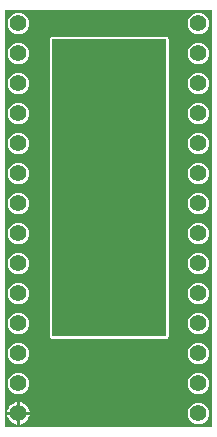
<source format=gtl>
G04*
G04 #@! TF.GenerationSoftware,Altium Limited,CircuitStudio,1.5.1 (13)*
G04*
G04 Layer_Physical_Order=1*
G04 Layer_Color=11767835*
%FSAX43Y43*%
%MOMM*%
G71*
G01*
G75*
%ADD10C,1.400*%
%ADD11C,0.800*%
%ADD12C,0.700*%
G36*
X0044298Y0026822D02*
X0026822D01*
Y0062078D01*
X0044298D01*
Y0026822D01*
D02*
G37*
%LPC*%
G36*
X0027940Y0036468D02*
X0027705Y0036437D01*
X0027486Y0036346D01*
X0027298Y0036202D01*
X0027154Y0036014D01*
X0027063Y0035795D01*
X0027032Y0035560D01*
X0027063Y0035325D01*
X0027154Y0035106D01*
X0027298Y0034918D01*
X0027486Y0034774D01*
X0027705Y0034683D01*
X0027940Y0034652D01*
X0028175Y0034683D01*
X0028394Y0034774D01*
X0028582Y0034918D01*
X0028726Y0035106D01*
X0028817Y0035325D01*
X0028848Y0035560D01*
X0028817Y0035795D01*
X0028726Y0036014D01*
X0028582Y0036202D01*
X0028394Y0036346D01*
X0028175Y0036437D01*
X0027940Y0036468D01*
D02*
G37*
G36*
X0040460Y0059829D02*
X0030810D01*
X0030732Y0059813D01*
X0030666Y0059769D01*
X0030622Y0059703D01*
X0030606Y0059625D01*
Y0034450D01*
X0030622Y0034372D01*
X0030666Y0034306D01*
X0030732Y0034262D01*
X0030810Y0034246D01*
X0040460D01*
X0040538Y0034262D01*
X0040604Y0034306D01*
X0040648Y0034372D01*
X0040664Y0034450D01*
Y0059625D01*
X0040648Y0059703D01*
X0040604Y0059769D01*
X0040538Y0059813D01*
X0040460Y0059829D01*
D02*
G37*
G36*
X0043180Y0033928D02*
X0042945Y0033897D01*
X0042726Y0033806D01*
X0042538Y0033662D01*
X0042394Y0033474D01*
X0042303Y0033255D01*
X0042272Y0033020D01*
X0042303Y0032785D01*
X0042394Y0032566D01*
X0042538Y0032378D01*
X0042726Y0032234D01*
X0042945Y0032143D01*
X0043180Y0032112D01*
X0043415Y0032143D01*
X0043634Y0032234D01*
X0043822Y0032378D01*
X0043966Y0032566D01*
X0044057Y0032785D01*
X0044088Y0033020D01*
X0044057Y0033255D01*
X0043966Y0033474D01*
X0043822Y0033662D01*
X0043634Y0033806D01*
X0043415Y0033897D01*
X0043180Y0033928D01*
D02*
G37*
G36*
Y0036468D02*
X0042945Y0036437D01*
X0042726Y0036346D01*
X0042538Y0036202D01*
X0042394Y0036014D01*
X0042303Y0035795D01*
X0042272Y0035560D01*
X0042303Y0035325D01*
X0042394Y0035106D01*
X0042538Y0034918D01*
X0042726Y0034774D01*
X0042945Y0034683D01*
X0043180Y0034652D01*
X0043415Y0034683D01*
X0043634Y0034774D01*
X0043822Y0034918D01*
X0043966Y0035106D01*
X0044057Y0035325D01*
X0044088Y0035560D01*
X0044057Y0035795D01*
X0043966Y0036014D01*
X0043822Y0036202D01*
X0043634Y0036346D01*
X0043415Y0036437D01*
X0043180Y0036468D01*
D02*
G37*
G36*
X0027940Y0041548D02*
X0027705Y0041517D01*
X0027486Y0041426D01*
X0027298Y0041282D01*
X0027154Y0041094D01*
X0027063Y0040875D01*
X0027032Y0040640D01*
X0027063Y0040405D01*
X0027154Y0040186D01*
X0027298Y0039998D01*
X0027486Y0039854D01*
X0027705Y0039763D01*
X0027940Y0039732D01*
X0028175Y0039763D01*
X0028394Y0039854D01*
X0028582Y0039998D01*
X0028726Y0040186D01*
X0028817Y0040405D01*
X0028848Y0040640D01*
X0028817Y0040875D01*
X0028726Y0041094D01*
X0028582Y0041282D01*
X0028394Y0041426D01*
X0028175Y0041517D01*
X0027940Y0041548D01*
D02*
G37*
G36*
X0043180Y0039008D02*
X0042945Y0038977D01*
X0042726Y0038886D01*
X0042538Y0038742D01*
X0042394Y0038554D01*
X0042303Y0038335D01*
X0042272Y0038100D01*
X0042303Y0037865D01*
X0042394Y0037646D01*
X0042538Y0037458D01*
X0042726Y0037314D01*
X0042945Y0037223D01*
X0043180Y0037192D01*
X0043415Y0037223D01*
X0043634Y0037314D01*
X0043822Y0037458D01*
X0043966Y0037646D01*
X0044057Y0037865D01*
X0044088Y0038100D01*
X0044057Y0038335D01*
X0043966Y0038554D01*
X0043822Y0038742D01*
X0043634Y0038886D01*
X0043415Y0038977D01*
X0043180Y0039008D01*
D02*
G37*
G36*
X0027940D02*
X0027705Y0038977D01*
X0027486Y0038886D01*
X0027298Y0038742D01*
X0027154Y0038554D01*
X0027063Y0038335D01*
X0027032Y0038100D01*
X0027063Y0037865D01*
X0027154Y0037646D01*
X0027298Y0037458D01*
X0027486Y0037314D01*
X0027705Y0037223D01*
X0027940Y0037192D01*
X0028175Y0037223D01*
X0028394Y0037314D01*
X0028582Y0037458D01*
X0028726Y0037646D01*
X0028817Y0037865D01*
X0028848Y0038100D01*
X0028817Y0038335D01*
X0028726Y0038554D01*
X0028582Y0038742D01*
X0028394Y0038886D01*
X0028175Y0038977D01*
X0027940Y0039008D01*
D02*
G37*
G36*
Y0033928D02*
X0027705Y0033897D01*
X0027486Y0033806D01*
X0027298Y0033662D01*
X0027154Y0033474D01*
X0027063Y0033255D01*
X0027032Y0033020D01*
X0027063Y0032785D01*
X0027154Y0032566D01*
X0027298Y0032378D01*
X0027486Y0032234D01*
X0027705Y0032143D01*
X0027940Y0032112D01*
X0028175Y0032143D01*
X0028394Y0032234D01*
X0028582Y0032378D01*
X0028726Y0032566D01*
X0028817Y0032785D01*
X0028848Y0033020D01*
X0028817Y0033255D01*
X0028726Y0033474D01*
X0028582Y0033662D01*
X0028394Y0033806D01*
X0028175Y0033897D01*
X0027940Y0033928D01*
D02*
G37*
G36*
X0043180Y0028848D02*
X0042945Y0028817D01*
X0042726Y0028726D01*
X0042538Y0028582D01*
X0042394Y0028394D01*
X0042303Y0028175D01*
X0042272Y0027940D01*
X0042303Y0027705D01*
X0042394Y0027486D01*
X0042538Y0027298D01*
X0042726Y0027154D01*
X0042945Y0027063D01*
X0043180Y0027032D01*
X0043415Y0027063D01*
X0043634Y0027154D01*
X0043822Y0027298D01*
X0043966Y0027486D01*
X0044057Y0027705D01*
X0044088Y0027940D01*
X0044057Y0028175D01*
X0043966Y0028394D01*
X0043822Y0028582D01*
X0043634Y0028726D01*
X0043415Y0028817D01*
X0043180Y0028848D01*
D02*
G37*
G36*
X0028886Y0027813D02*
X0028067D01*
Y0026994D01*
X0028189Y0027011D01*
X0028421Y0027107D01*
X0028620Y0027260D01*
X0028773Y0027459D01*
X0028869Y0027691D01*
X0028886Y0027813D01*
D02*
G37*
G36*
X0027813D02*
X0026994D01*
X0027011Y0027691D01*
X0027107Y0027459D01*
X0027260Y0027260D01*
X0027459Y0027107D01*
X0027691Y0027011D01*
X0027813Y0026994D01*
Y0027813D01*
D02*
G37*
G36*
Y0028886D02*
X0027691Y0028869D01*
X0027459Y0028773D01*
X0027260Y0028620D01*
X0027107Y0028421D01*
X0027011Y0028189D01*
X0026994Y0028067D01*
X0027813D01*
Y0028886D01*
D02*
G37*
G36*
X0043180Y0031388D02*
X0042945Y0031357D01*
X0042726Y0031266D01*
X0042538Y0031122D01*
X0042394Y0030934D01*
X0042303Y0030715D01*
X0042272Y0030480D01*
X0042303Y0030245D01*
X0042394Y0030026D01*
X0042538Y0029838D01*
X0042726Y0029694D01*
X0042945Y0029603D01*
X0043180Y0029572D01*
X0043415Y0029603D01*
X0043634Y0029694D01*
X0043822Y0029838D01*
X0043966Y0030026D01*
X0044057Y0030245D01*
X0044088Y0030480D01*
X0044057Y0030715D01*
X0043966Y0030934D01*
X0043822Y0031122D01*
X0043634Y0031266D01*
X0043415Y0031357D01*
X0043180Y0031388D01*
D02*
G37*
G36*
X0027940D02*
X0027705Y0031357D01*
X0027486Y0031266D01*
X0027298Y0031122D01*
X0027154Y0030934D01*
X0027063Y0030715D01*
X0027032Y0030480D01*
X0027063Y0030245D01*
X0027154Y0030026D01*
X0027298Y0029838D01*
X0027486Y0029694D01*
X0027705Y0029603D01*
X0027940Y0029572D01*
X0028175Y0029603D01*
X0028394Y0029694D01*
X0028582Y0029838D01*
X0028726Y0030026D01*
X0028817Y0030245D01*
X0028848Y0030480D01*
X0028817Y0030715D01*
X0028726Y0030934D01*
X0028582Y0031122D01*
X0028394Y0031266D01*
X0028175Y0031357D01*
X0027940Y0031388D01*
D02*
G37*
G36*
X0028067Y0028886D02*
Y0028067D01*
X0028886D01*
X0028869Y0028189D01*
X0028773Y0028421D01*
X0028620Y0028620D01*
X0028421Y0028773D01*
X0028189Y0028869D01*
X0028067Y0028886D01*
D02*
G37*
G36*
X0043180Y0041548D02*
X0042945Y0041517D01*
X0042726Y0041426D01*
X0042538Y0041282D01*
X0042394Y0041094D01*
X0042303Y0040875D01*
X0042272Y0040640D01*
X0042303Y0040405D01*
X0042394Y0040186D01*
X0042538Y0039998D01*
X0042726Y0039854D01*
X0042945Y0039763D01*
X0043180Y0039732D01*
X0043415Y0039763D01*
X0043634Y0039854D01*
X0043822Y0039998D01*
X0043966Y0040186D01*
X0044057Y0040405D01*
X0044088Y0040640D01*
X0044057Y0040875D01*
X0043966Y0041094D01*
X0043822Y0041282D01*
X0043634Y0041426D01*
X0043415Y0041517D01*
X0043180Y0041548D01*
D02*
G37*
G36*
X0027940Y0056788D02*
X0027705Y0056757D01*
X0027486Y0056666D01*
X0027298Y0056522D01*
X0027154Y0056334D01*
X0027063Y0056115D01*
X0027032Y0055880D01*
X0027063Y0055645D01*
X0027154Y0055426D01*
X0027298Y0055238D01*
X0027486Y0055094D01*
X0027705Y0055003D01*
X0027940Y0054972D01*
X0028175Y0055003D01*
X0028394Y0055094D01*
X0028582Y0055238D01*
X0028726Y0055426D01*
X0028817Y0055645D01*
X0028848Y0055880D01*
X0028817Y0056115D01*
X0028726Y0056334D01*
X0028582Y0056522D01*
X0028394Y0056666D01*
X0028175Y0056757D01*
X0027940Y0056788D01*
D02*
G37*
G36*
X0043180D02*
X0042945Y0056757D01*
X0042726Y0056666D01*
X0042538Y0056522D01*
X0042394Y0056334D01*
X0042303Y0056115D01*
X0042272Y0055880D01*
X0042303Y0055645D01*
X0042394Y0055426D01*
X0042538Y0055238D01*
X0042726Y0055094D01*
X0042945Y0055003D01*
X0043180Y0054972D01*
X0043415Y0055003D01*
X0043634Y0055094D01*
X0043822Y0055238D01*
X0043966Y0055426D01*
X0044057Y0055645D01*
X0044088Y0055880D01*
X0044057Y0056115D01*
X0043966Y0056334D01*
X0043822Y0056522D01*
X0043634Y0056666D01*
X0043415Y0056757D01*
X0043180Y0056788D01*
D02*
G37*
G36*
X0027940Y0054248D02*
X0027705Y0054217D01*
X0027486Y0054126D01*
X0027298Y0053982D01*
X0027154Y0053794D01*
X0027063Y0053575D01*
X0027032Y0053340D01*
X0027063Y0053105D01*
X0027154Y0052886D01*
X0027298Y0052698D01*
X0027486Y0052554D01*
X0027705Y0052463D01*
X0027940Y0052432D01*
X0028175Y0052463D01*
X0028394Y0052554D01*
X0028582Y0052698D01*
X0028726Y0052886D01*
X0028817Y0053105D01*
X0028848Y0053340D01*
X0028817Y0053575D01*
X0028726Y0053794D01*
X0028582Y0053982D01*
X0028394Y0054126D01*
X0028175Y0054217D01*
X0027940Y0054248D01*
D02*
G37*
G36*
X0043180D02*
X0042945Y0054217D01*
X0042726Y0054126D01*
X0042538Y0053982D01*
X0042394Y0053794D01*
X0042303Y0053575D01*
X0042272Y0053340D01*
X0042303Y0053105D01*
X0042394Y0052886D01*
X0042538Y0052698D01*
X0042726Y0052554D01*
X0042945Y0052463D01*
X0043180Y0052432D01*
X0043415Y0052463D01*
X0043634Y0052554D01*
X0043822Y0052698D01*
X0043966Y0052886D01*
X0044057Y0053105D01*
X0044088Y0053340D01*
X0044057Y0053575D01*
X0043966Y0053794D01*
X0043822Y0053982D01*
X0043634Y0054126D01*
X0043415Y0054217D01*
X0043180Y0054248D01*
D02*
G37*
G36*
X0027940Y0061868D02*
X0027705Y0061837D01*
X0027486Y0061746D01*
X0027298Y0061602D01*
X0027154Y0061414D01*
X0027063Y0061195D01*
X0027032Y0060960D01*
X0027063Y0060725D01*
X0027154Y0060506D01*
X0027298Y0060318D01*
X0027486Y0060174D01*
X0027705Y0060083D01*
X0027940Y0060052D01*
X0028175Y0060083D01*
X0028394Y0060174D01*
X0028582Y0060318D01*
X0028726Y0060506D01*
X0028817Y0060725D01*
X0028848Y0060960D01*
X0028817Y0061195D01*
X0028726Y0061414D01*
X0028582Y0061602D01*
X0028394Y0061746D01*
X0028175Y0061837D01*
X0027940Y0061868D01*
D02*
G37*
G36*
X0043180D02*
X0042945Y0061837D01*
X0042726Y0061746D01*
X0042538Y0061602D01*
X0042394Y0061414D01*
X0042303Y0061195D01*
X0042272Y0060960D01*
X0042303Y0060725D01*
X0042394Y0060506D01*
X0042538Y0060318D01*
X0042726Y0060174D01*
X0042945Y0060083D01*
X0043180Y0060052D01*
X0043415Y0060083D01*
X0043634Y0060174D01*
X0043822Y0060318D01*
X0043966Y0060506D01*
X0044057Y0060725D01*
X0044088Y0060960D01*
X0044057Y0061195D01*
X0043966Y0061414D01*
X0043822Y0061602D01*
X0043634Y0061746D01*
X0043415Y0061837D01*
X0043180Y0061868D01*
D02*
G37*
G36*
X0027940Y0059328D02*
X0027705Y0059297D01*
X0027486Y0059206D01*
X0027298Y0059062D01*
X0027154Y0058874D01*
X0027063Y0058655D01*
X0027032Y0058420D01*
X0027063Y0058185D01*
X0027154Y0057966D01*
X0027298Y0057778D01*
X0027486Y0057634D01*
X0027705Y0057543D01*
X0027940Y0057512D01*
X0028175Y0057543D01*
X0028394Y0057634D01*
X0028582Y0057778D01*
X0028726Y0057966D01*
X0028817Y0058185D01*
X0028848Y0058420D01*
X0028817Y0058655D01*
X0028726Y0058874D01*
X0028582Y0059062D01*
X0028394Y0059206D01*
X0028175Y0059297D01*
X0027940Y0059328D01*
D02*
G37*
G36*
X0043180D02*
X0042945Y0059297D01*
X0042726Y0059206D01*
X0042538Y0059062D01*
X0042394Y0058874D01*
X0042303Y0058655D01*
X0042272Y0058420D01*
X0042303Y0058185D01*
X0042394Y0057966D01*
X0042538Y0057778D01*
X0042726Y0057634D01*
X0042945Y0057543D01*
X0043180Y0057512D01*
X0043415Y0057543D01*
X0043634Y0057634D01*
X0043822Y0057778D01*
X0043966Y0057966D01*
X0044057Y0058185D01*
X0044088Y0058420D01*
X0044057Y0058655D01*
X0043966Y0058874D01*
X0043822Y0059062D01*
X0043634Y0059206D01*
X0043415Y0059297D01*
X0043180Y0059328D01*
D02*
G37*
G36*
Y0051708D02*
X0042945Y0051677D01*
X0042726Y0051586D01*
X0042538Y0051442D01*
X0042394Y0051254D01*
X0042303Y0051035D01*
X0042272Y0050800D01*
X0042303Y0050565D01*
X0042394Y0050346D01*
X0042538Y0050158D01*
X0042726Y0050014D01*
X0042945Y0049923D01*
X0043180Y0049892D01*
X0043415Y0049923D01*
X0043634Y0050014D01*
X0043822Y0050158D01*
X0043966Y0050346D01*
X0044057Y0050565D01*
X0044088Y0050800D01*
X0044057Y0051035D01*
X0043966Y0051254D01*
X0043822Y0051442D01*
X0043634Y0051586D01*
X0043415Y0051677D01*
X0043180Y0051708D01*
D02*
G37*
G36*
X0027940Y0046628D02*
X0027705Y0046597D01*
X0027486Y0046506D01*
X0027298Y0046362D01*
X0027154Y0046174D01*
X0027063Y0045955D01*
X0027032Y0045720D01*
X0027063Y0045485D01*
X0027154Y0045266D01*
X0027298Y0045078D01*
X0027486Y0044934D01*
X0027705Y0044843D01*
X0027940Y0044812D01*
X0028175Y0044843D01*
X0028394Y0044934D01*
X0028582Y0045078D01*
X0028726Y0045266D01*
X0028817Y0045485D01*
X0028848Y0045720D01*
X0028817Y0045955D01*
X0028726Y0046174D01*
X0028582Y0046362D01*
X0028394Y0046506D01*
X0028175Y0046597D01*
X0027940Y0046628D01*
D02*
G37*
G36*
X0043180D02*
X0042945Y0046597D01*
X0042726Y0046506D01*
X0042538Y0046362D01*
X0042394Y0046174D01*
X0042303Y0045955D01*
X0042272Y0045720D01*
X0042303Y0045485D01*
X0042394Y0045266D01*
X0042538Y0045078D01*
X0042726Y0044934D01*
X0042945Y0044843D01*
X0043180Y0044812D01*
X0043415Y0044843D01*
X0043634Y0044934D01*
X0043822Y0045078D01*
X0043966Y0045266D01*
X0044057Y0045485D01*
X0044088Y0045720D01*
X0044057Y0045955D01*
X0043966Y0046174D01*
X0043822Y0046362D01*
X0043634Y0046506D01*
X0043415Y0046597D01*
X0043180Y0046628D01*
D02*
G37*
G36*
X0027940Y0044088D02*
X0027705Y0044057D01*
X0027486Y0043966D01*
X0027298Y0043822D01*
X0027154Y0043634D01*
X0027063Y0043415D01*
X0027032Y0043180D01*
X0027063Y0042945D01*
X0027154Y0042726D01*
X0027298Y0042538D01*
X0027486Y0042394D01*
X0027705Y0042303D01*
X0027940Y0042272D01*
X0028175Y0042303D01*
X0028394Y0042394D01*
X0028582Y0042538D01*
X0028726Y0042726D01*
X0028817Y0042945D01*
X0028848Y0043180D01*
X0028817Y0043415D01*
X0028726Y0043634D01*
X0028582Y0043822D01*
X0028394Y0043966D01*
X0028175Y0044057D01*
X0027940Y0044088D01*
D02*
G37*
G36*
X0043180D02*
X0042945Y0044057D01*
X0042726Y0043966D01*
X0042538Y0043822D01*
X0042394Y0043634D01*
X0042303Y0043415D01*
X0042272Y0043180D01*
X0042303Y0042945D01*
X0042394Y0042726D01*
X0042538Y0042538D01*
X0042726Y0042394D01*
X0042945Y0042303D01*
X0043180Y0042272D01*
X0043415Y0042303D01*
X0043634Y0042394D01*
X0043822Y0042538D01*
X0043966Y0042726D01*
X0044057Y0042945D01*
X0044088Y0043180D01*
X0044057Y0043415D01*
X0043966Y0043634D01*
X0043822Y0043822D01*
X0043634Y0043966D01*
X0043415Y0044057D01*
X0043180Y0044088D01*
D02*
G37*
G36*
Y0049168D02*
X0042945Y0049137D01*
X0042726Y0049046D01*
X0042538Y0048902D01*
X0042394Y0048714D01*
X0042303Y0048495D01*
X0042272Y0048260D01*
X0042303Y0048025D01*
X0042394Y0047806D01*
X0042538Y0047618D01*
X0042726Y0047474D01*
X0042945Y0047383D01*
X0043180Y0047352D01*
X0043415Y0047383D01*
X0043634Y0047474D01*
X0043822Y0047618D01*
X0043966Y0047806D01*
X0044057Y0048025D01*
X0044088Y0048260D01*
X0044057Y0048495D01*
X0043966Y0048714D01*
X0043822Y0048902D01*
X0043634Y0049046D01*
X0043415Y0049137D01*
X0043180Y0049168D01*
D02*
G37*
G36*
X0027940Y0051708D02*
X0027705Y0051677D01*
X0027486Y0051586D01*
X0027298Y0051442D01*
X0027154Y0051254D01*
X0027063Y0051035D01*
X0027032Y0050800D01*
X0027063Y0050565D01*
X0027154Y0050346D01*
X0027298Y0050158D01*
X0027486Y0050014D01*
X0027705Y0049923D01*
X0027940Y0049892D01*
X0028175Y0049923D01*
X0028394Y0050014D01*
X0028582Y0050158D01*
X0028726Y0050346D01*
X0028817Y0050565D01*
X0028848Y0050800D01*
X0028817Y0051035D01*
X0028726Y0051254D01*
X0028582Y0051442D01*
X0028394Y0051586D01*
X0028175Y0051677D01*
X0027940Y0051708D01*
D02*
G37*
G36*
Y0049168D02*
X0027705Y0049137D01*
X0027486Y0049046D01*
X0027298Y0048902D01*
X0027154Y0048714D01*
X0027063Y0048495D01*
X0027032Y0048260D01*
X0027063Y0048025D01*
X0027154Y0047806D01*
X0027298Y0047618D01*
X0027486Y0047474D01*
X0027705Y0047383D01*
X0027940Y0047352D01*
X0028175Y0047383D01*
X0028394Y0047474D01*
X0028582Y0047618D01*
X0028726Y0047806D01*
X0028817Y0048025D01*
X0028848Y0048260D01*
X0028817Y0048495D01*
X0028726Y0048714D01*
X0028582Y0048902D01*
X0028394Y0049046D01*
X0028175Y0049137D01*
X0027940Y0049168D01*
D02*
G37*
%LPD*%
G36*
X0040460Y0034450D02*
X0030810D01*
Y0059625D01*
X0040460D01*
Y0034450D01*
D02*
G37*
D10*
X0043180Y0060960D02*
D03*
Y0058420D02*
D03*
Y0055880D02*
D03*
Y0053340D02*
D03*
Y0050800D02*
D03*
Y0048260D02*
D03*
Y0045720D02*
D03*
Y0027940D02*
D03*
Y0030480D02*
D03*
Y0033020D02*
D03*
Y0035560D02*
D03*
Y0038100D02*
D03*
Y0040640D02*
D03*
Y0043180D02*
D03*
X0027940Y0027940D02*
D03*
Y0030480D02*
D03*
Y0033020D02*
D03*
Y0035560D02*
D03*
Y0038100D02*
D03*
Y0040640D02*
D03*
Y0043180D02*
D03*
Y0060960D02*
D03*
Y0058420D02*
D03*
Y0055880D02*
D03*
Y0053340D02*
D03*
Y0050800D02*
D03*
Y0048260D02*
D03*
Y0045720D02*
D03*
D11*
X0033960Y0048514D02*
D03*
X0031496Y0042850D02*
D03*
X0039624Y0047625D02*
D03*
X0035610Y0036325D02*
D03*
D12*
X0032385Y0058928D02*
D03*
X0033274D02*
D03*
X0031496D02*
D03*
X0031369Y0027940D02*
D03*
X0030099Y0060960D02*
D03*
X0033909D02*
D03*
X0037719D02*
D03*
X0035560Y0027940D02*
D03*
X0039624D02*
D03*
X0041529Y0059690D02*
D03*
X0041044Y0049310D02*
D03*
X0041394Y0039110D02*
D03*
X0037044Y0033860D02*
D03*
X0028394Y0044435D02*
D03*
X0040969Y0033885D02*
D03*
M02*

</source>
